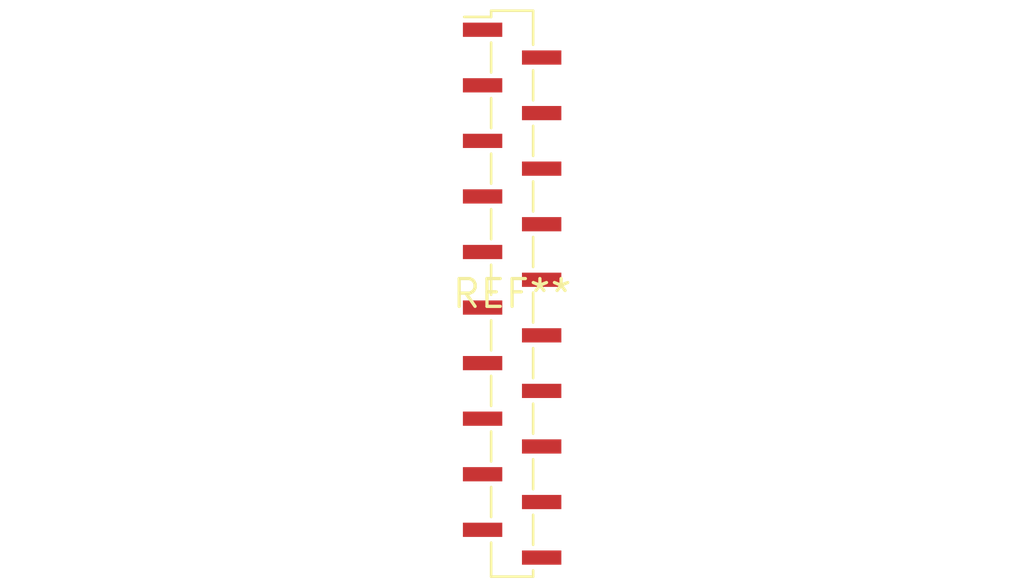
<source format=kicad_pcb>
(kicad_pcb (version 20240108) (generator pcbnew)
  (layers (0 "F.Cu" signal) (31 "B.Cu" signal) (34 "B.Paste" user) (35 "F.Paste" user) (36 "B.SilkS" user "B.Silkscreen") (37 "F.SilkS" user "F.Silkscreen") (38 "B.Mask" user) (39 "F.Mask" user) (44 "Edge.Cuts" user))
  (net 0 "")
  (footprint "PinSocket_1x20_P1.27mm_Vertical_SMD_Pin1Left" (layer "F.Cu") (at 0 0)
    (property "Reference" "REF**")
    (property "Value" "PinSocket_1x20_P1.27mm_Vertical_SMD_Pin1Left")
    (fp_line (start -2.19 -12.65) (end -0.96 -12.65) (layer "F.SilkS") (stroke (width 0.12)))
    (fp_line (start -0.96 -12.935) (end -0.96 -12.65) (layer "F.SilkS") (stroke (width 0.12)))
    (fp_line (start -0.96 -12.935) (end 0.96 -12.935) (layer "F.SilkS") (stroke (width 0.12)))
    (fp_line (start -0.96 -11.48) (end -0.96 -10.11) (layer "F.SilkS") (stroke (width 0.12)))
    (fp_line (start -0.96 -8.94) (end -0.96 -7.57) (layer "F.SilkS") (stroke (width 0.12)))
    (fp_line (start -0.96 -6.4) (end -0.96 -5.03) (layer "F.SilkS") (stroke (width 0.12)))
    (fp_line (start -0.96 -3.86) (end -0.96 -2.49) (layer "F.SilkS") (stroke (width 0.12)))
    (fp_line (start -0.96 -1.32) (end -0.96 0.05) (layer "F.SilkS") (stroke (width 0.12)))
    (fp_line (start -0.96 1.22) (end -0.96 2.59) (layer "F.SilkS") (stroke (width 0.12)))
    (fp_line (start -0.96 3.76) (end -0.96 5.13) (layer "F.SilkS") (stroke (width 0.12)))
    (fp_line (start -0.96 6.3) (end -0.96 7.67) (layer "F.SilkS") (stroke (width 0.12)))
    (fp_line (start -0.96 8.84) (end -0.96 10.21) (layer "F.SilkS") (stroke (width 0.12)))
    (fp_line (start -0.96 11.38) (end -0.96 12.935) (layer "F.SilkS") (stroke (width 0.12)))
    (fp_line (start -0.96 12.935) (end 0.96 12.935) (layer "F.SilkS") (stroke (width 0.12)))
    (fp_line (start 0.96 -12.935) (end 0.96 -11.38) (layer "F.SilkS") (stroke (width 0.12)))
    (fp_line (start 0.96 -10.21) (end 0.96 -8.84) (layer "F.SilkS") (stroke (width 0.12)))
    (fp_line (start 0.96 -7.67) (end 0.96 -6.3) (layer "F.SilkS") (stroke (width 0.12)))
    (fp_line (start 0.96 -5.13) (end 0.96 -3.76) (layer "F.SilkS") (stroke (width 0.12)))
    (fp_line (start 0.96 -2.59) (end 0.96 -1.22) (layer "F.SilkS") (stroke (width 0.12)))
    (fp_line (start 0.96 -0.05) (end 0.96 1.32) (layer "F.SilkS") (stroke (width 0.12)))
    (fp_line (start 0.96 2.49) (end 0.96 3.86) (layer "F.SilkS") (stroke (width 0.12)))
    (fp_line (start 0.96 5.03) (end 0.96 6.4) (layer "F.SilkS") (stroke (width 0.12)))
    (fp_line (start 0.96 7.57) (end 0.96 8.94) (layer "F.SilkS") (stroke (width 0.12)))
    (fp_line (start 0.96 10.11) (end 0.96 11.48) (layer "F.SilkS") (stroke (width 0.12)))
    (fp_line (start 0.96 12.65) (end 0.96 12.935) (layer "F.SilkS") (stroke (width 0.12)))
    (pad "1" smd rect (at -1.35 -12.065) (size 1.8 0.65) (layers "F.Cu" "F.Paste" "F.Mask"))
    (pad "2" smd rect (at 1.35 -10.795) (size 1.8 0.65) (layers "F.Cu" "F.Paste" "F.Mask"))
    (pad "3" smd rect (at -1.35 -9.525) (size 1.8 0.65) (layers "F.Cu" "F.Paste" "F.Mask"))
    (pad "4" smd rect (at 1.35 -8.255) (size 1.8 0.65) (layers "F.Cu" "F.Paste" "F.Mask"))
    (pad "5" smd rect (at -1.35 -6.985) (size 1.8 0.65) (layers "F.Cu" "F.Paste" "F.Mask"))
    (pad "6" smd rect (at 1.35 -5.715) (size 1.8 0.65) (layers "F.Cu" "F.Paste" "F.Mask"))
    (pad "7" smd rect (at -1.35 -4.445) (size 1.8 0.65) (layers "F.Cu" "F.Paste" "F.Mask"))
    (pad "8" smd rect (at 1.35 -3.175) (size 1.8 0.65) (layers "F.Cu" "F.Paste" "F.Mask"))
    (pad "9" smd rect (at -1.35 -1.905) (size 1.8 0.65) (layers "F.Cu" "F.Paste" "F.Mask"))
    (pad "10" smd rect (at 1.35 -0.635) (size 1.8 0.65) (layers "F.Cu" "F.Paste" "F.Mask"))
    (pad "11" smd rect (at -1.35 0.635) (size 1.8 0.65) (layers "F.Cu" "F.Paste" "F.Mask"))
    (pad "12" smd rect (at 1.35 1.905) (size 1.8 0.65) (layers "F.Cu" "F.Paste" "F.Mask"))
    (pad "13" smd rect (at -1.35 3.175) (size 1.8 0.65) (layers "F.Cu" "F.Paste" "F.Mask"))
    (pad "14" smd rect (at 1.35 4.445) (size 1.8 0.65) (layers "F.Cu" "F.Paste" "F.Mask"))
    (pad "15" smd rect (at -1.35 5.715) (size 1.8 0.65) (layers "F.Cu" "F.Paste" "F.Mask"))
    (pad "16" smd rect (at 1.35 6.985) (size 1.8 0.65) (layers "F.Cu" "F.Paste" "F.Mask"))
    (pad "17" smd rect (at -1.35 8.255) (size 1.8 0.65) (layers "F.Cu" "F.Paste" "F.Mask"))
    (pad "18" smd rect (at 1.35 9.525) (size 1.8 0.65) (layers "F.Cu" "F.Paste" "F.Mask"))
    (pad "19" smd rect (at -1.35 10.795) (size 1.8 0.65) (layers "F.Cu" "F.Paste" "F.Mask"))
    (pad "20" smd rect (at 1.35 12.065) (size 1.8 0.65) (layers "F.Cu" "F.Paste" "F.Mask"))
  )
)
</source>
